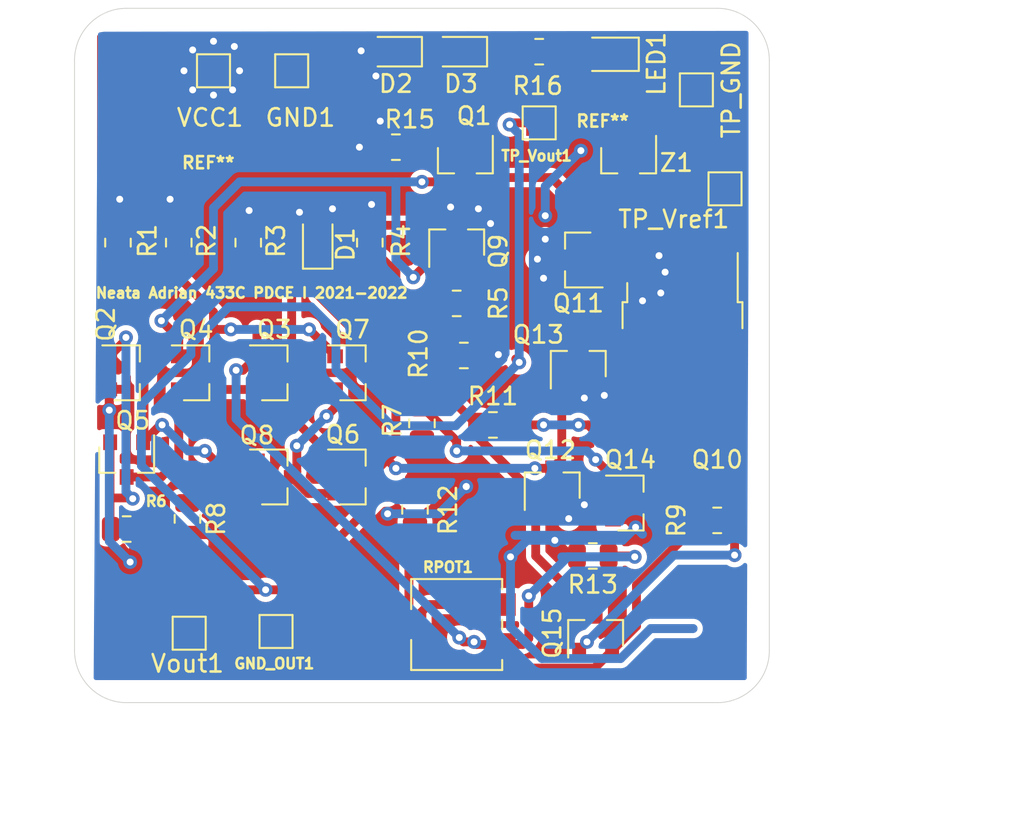
<source format=kicad_pcb>
(kicad_pcb (version 20171130) (host pcbnew "(5.1.10)-1")
  (layers (0 F.Cu power) (31 B.Cu signal) (35 F.Paste user hide) (37 F.SilkS user) (38 B.Mask user hide) (39 F.Mask user hide) (44 Edge.Cuts user))
  (net 0 "")
  (net 1 Vout)
  (net 2 GND)
  (net 3 "Net-(D1-Pad1)")
  (net 4 VDC)
  (net 5 "Net-(D2-Pad1)")
  (net 6 "Net-(D3-Pad1)")
  (net 7 "Net-(LED1-Pad2)")
  (net 8 Vref)
  (net 9 "Net-(Q1-Pad2)")
  (net 10 "Net-(Q2-Pad3)")
  (net 11 "Net-(Q2-Pad1)")
  (net 12 Vref2)
  (net 13 "Net-(Q3-Pad2)")
  (net 14 "Net-(Q3-Pad3)")
  (net 15 "Net-(Q4-Pad3)")
  (net 16 Vdif)
  (net 17 "Net-(Q6-Pad2)")
  (net 18 "Net-(Q8-Pad2)")
  (net 19 "Net-(Q9-Pad2)")
  (net 20 "Net-(Q10-Pad1)")
  (net 21 Vrsc1)
  (net 22 "Net-(Q11-Pad1)")
  (net 23 "Net-(Q12-Pad1)")
  (net 24 "Net-(Q14-Pad3)")
  (net 25 "Net-(Q14-Pad1)")
  (net 26 "Net-(R12-Pad2)")
  (module TestPoint:TestPoint_Pad_1.5x1.5mm (layer F.Cu) (at 35.8 -35.3 270)
    (fp_text reference TP_GND (at 0 -2 90) (layer F.SilkS))
    (fp_text value TestPoint)
    (pad 1 smd rect (at 0 0 270) (size 1.5 1.5) (layers F.Cu F.Mask) (net 2 GND))
  )
  (module TestPoint:TestPoint_Pad_1.5x1.5mm (layer F.Cu) (at 12.5 -36.4)
    (fp_text reference GND1 (at 0.5 2.7) (layer F.SilkS))
    (fp_text value TestPoint)
    (pad 1 smd rect (at 0 0) (size 1.5 1.5) (layers F.Cu F.Mask) (net 2 GND))
  )
  (module TestPoint:TestPoint_Pad_1.5x1.5mm (layer F.Cu) (at 11.6 -4.1)
    (fp_text reference GND_OUT1 (at -0.1 1.85) (layer F.SilkS) (effects (font (size 0.6 0.6))))
    (fp_text value TestPoint)
    (pad 1 smd rect (at 0 0) (size 1.5 1.5) (layers F.Cu F.Mask) (net 2 GND))
  )
  (module TestPoint:TestPoint_Pad_1.5x1.5mm (layer F.Cu) (at 8 -36.4)
    (fp_text reference VCC1 (at -0.2 2.7) (layer F.SilkS))
    (fp_text value TestPoint)
    (pad 1 smd rect (at 0 0) (size 1.5 1.5) (layers F.Cu F.Mask) (net 4 VDC))
  )
  (module TestPoint:TestPoint_Pad_1.5x1.5mm (layer F.Cu) (at 6.6 -4)
    (fp_text reference Vout1 (at -0.1 1.75) (layer F.SilkS))
    (fp_text value TestPoint)
    (pad 1 smd rect (at 0 0) (size 1.5 1.5) (layers F.Cu F.Mask) (net 1 Vout))
  )
  (module Fiducial:Fiducial_1mm_Mask2mm (layer F.Cu) (at 30.4 -35)
    (fp_text reference REF** (at 0 1.5 180) (layer F.SilkS) (effects (font (size 0.7 0.7))))
    (fp_text value Fiducial_1mm_Mask2mm)
    (pad "" smd circle (at 0 0) (size 1 1) (layers F.Cu F.Mask) (clearance 0.5))
  )
  (module Fiducial:Fiducial_1mm_Mask2mm (layer F.Cu) (at 5 -31)
    (fp_text reference REF** (at 2.7 -0.1 180) (layer F.SilkS) (effects (font (size 0.7 0.7))))
    (fp_text value Fiducial_1mm_Mask2mm)
    (pad "" smd circle (at 0 0) (size 1 1) (layers F.Cu F.Mask) (clearance 0.5))
  )
  (module Diode_SMD:D_SOD-323F (layer F.Cu) (at 14 -26.5 90)
    (fp_text reference D1 (at -0.1 1.6 270) (layer F.SilkS))
    (fp_text value 1N4148WS)
    (pad 1 smd rect (at -1.1 0 90) (size 0.5 0.5) (layers F.Cu F.Paste F.Mask) (net 3 "Net-(D1-Pad1)"))
    (pad 2 smd rect (at 1.1 0 90) (size 0.5 0.5) (layers F.Cu F.Paste F.Mask) (net 4 VDC))
  )
  (module Diode_SMD:D_SOD-323F (layer F.Cu) (at 18.5 -37.5 180)
    (fp_text reference D2 (at 0 -1.85) (layer F.SilkS))
    (fp_text value 1N4148WS)
    (pad 2 smd rect (at 1.1 0 180) (size 0.5 0.5) (layers F.Cu F.Paste F.Mask) (net 4 VDC))
    (pad 1 smd rect (at -1.1 0 180) (size 0.5 0.5) (layers F.Cu F.Paste F.Mask) (net 5 "Net-(D2-Pad1)"))
  )
  (module Diode_SMD:D_SOD-323F (layer F.Cu) (at 22.25 -37.5 180)
    (fp_text reference D3 (at 0 -1.85) (layer F.SilkS))
    (fp_text value 1N4148WS)
    (pad 1 smd rect (at -1.1 0 180) (size 0.5 0.5) (layers F.Cu F.Paste F.Mask) (net 6 "Net-(D3-Pad1)"))
    (pad 2 smd rect (at 1.1 0 180) (size 0.5 0.5) (layers F.Cu F.Paste F.Mask) (net 5 "Net-(D2-Pad1)"))
  )
  (module LED_SMD:LED_0805_2012Metric (layer F.Cu) (at 30.8 -37.35 180)
    (fp_text reference LED1 (at -2.7 -0.55 270) (layer F.SilkS))
    (fp_text value LED)
    (pad 1 smd roundrect (at -0.9375 0 180) (size 0.975 1.4) (layers F.Cu F.Paste F.Mask) (net 2 GND))
    (pad 2 smd roundrect (at 0.9375 0 180) (size 0.975 1.4) (layers F.Cu F.Paste F.Mask) (net 7 "Net-(LED1-Pad2)"))
  )
  (module Package_TO_SOT_SMD:SOT-23 (layer F.Cu) (at 22.5 -31.25 270)
    (fp_text reference Q1 (at -2.55 -0.5 180) (layer F.SilkS))
    (fp_text value BC857)
    (pad 3 smd rect (at 1 0 270) (size 0.9 0.8) (layers F.Cu F.Paste F.Mask) (net 8 Vref))
    (pad 2 smd rect (at -1 0.95 270) (size 0.9 0.8) (layers F.Cu F.Paste F.Mask) (net 9 "Net-(Q1-Pad2)"))
    (pad 1 smd rect (at -1 -0.95 270) (size 0.9 0.8) (layers F.Cu F.Paste F.Mask) (net 6 "Net-(D3-Pad1)"))
  )
  (module Package_TO_SOT_SMD:SOT-23 (layer F.Cu) (at 3 -19)
    (fp_text reference Q2 (at -1.2 -2.8 90) (layer F.SilkS))
    (fp_text value BC847)
    (pad 3 smd rect (at 1 0) (size 0.9 0.8) (layers F.Cu F.Paste F.Mask) (net 10 "Net-(Q2-Pad3)"))
    (pad 2 smd rect (at -1 0.95) (size 0.9 0.8) (layers F.Cu F.Paste F.Mask) (net 2 GND))
    (pad 1 smd rect (at -1 -0.95) (size 0.9 0.8) (layers F.Cu F.Paste F.Mask) (net 11 "Net-(Q2-Pad1)"))
  )
  (module Package_TO_SOT_SMD:SOT-23 (layer F.Cu) (at 11.5 -19)
    (fp_text reference Q3 (at 0 -2.5) (layer F.SilkS))
    (fp_text value BC847)
    (pad 1 smd rect (at -1 -0.95) (size 0.9 0.8) (layers F.Cu F.Paste F.Mask) (net 12 Vref2))
    (pad 2 smd rect (at -1 0.95) (size 0.9 0.8) (layers F.Cu F.Paste F.Mask) (net 13 "Net-(Q3-Pad2)"))
    (pad 3 smd rect (at 1 0) (size 0.9 0.8) (layers F.Cu F.Paste F.Mask) (net 14 "Net-(Q3-Pad3)"))
  )
  (module Package_TO_SOT_SMD:SOT-23 (layer F.Cu) (at 7 -19)
    (fp_text reference Q4 (at 0 -2.5) (layer F.SilkS))
    (fp_text value BC847)
    (pad 1 smd rect (at -1 -0.95) (size 0.9 0.8) (layers F.Cu F.Paste F.Mask) (net 8 Vref))
    (pad 2 smd rect (at -1 0.95) (size 0.9 0.8) (layers F.Cu F.Paste F.Mask) (net 13 "Net-(Q3-Pad2)"))
    (pad 3 smd rect (at 1 0) (size 0.9 0.8) (layers F.Cu F.Paste F.Mask) (net 15 "Net-(Q4-Pad3)"))
  )
  (module Package_TO_SOT_SMD:SOT-23 (layer F.Cu) (at 3 -14 270)
    (fp_text reference Q5 (at -2.25 -0.35 180) (layer F.SilkS))
    (fp_text value BC847)
    (pad 3 smd rect (at 1 0 270) (size 0.9 0.8) (layers F.Cu F.Paste F.Mask) (net 13 "Net-(Q3-Pad2)"))
    (pad 2 smd rect (at -1 0.95 270) (size 0.9 0.8) (layers F.Cu F.Paste F.Mask) (net 11 "Net-(Q2-Pad1)"))
    (pad 1 smd rect (at -1 -0.95 270) (size 0.9 0.8) (layers F.Cu F.Paste F.Mask) (net 10 "Net-(Q2-Pad3)"))
  )
  (module Package_TO_SOT_SMD:SOT-23 (layer F.Cu) (at 16 -13)
    (fp_text reference Q6 (at -0.55 -2.45) (layer F.SilkS))
    (fp_text value BC847)
    (pad 3 smd rect (at 1 0) (size 0.9 0.8) (layers F.Cu F.Paste F.Mask) (net 16 Vdif))
    (pad 2 smd rect (at -1 0.95) (size 0.9 0.8) (layers F.Cu F.Paste F.Mask) (net 17 "Net-(Q6-Pad2)"))
    (pad 1 smd rect (at -1 -0.95) (size 0.9 0.8) (layers F.Cu F.Paste F.Mask) (net 14 "Net-(Q3-Pad3)"))
  )
  (module Package_TO_SOT_SMD:SOT-23 (layer F.Cu) (at 16 -19)
    (fp_text reference Q7 (at 0 -2.5) (layer F.SilkS))
    (fp_text value BC847)
    (pad 3 smd rect (at 1 0) (size 0.9 0.8) (layers F.Cu F.Paste F.Mask) (net 3 "Net-(D1-Pad1)"))
    (pad 2 smd rect (at -1 0.95) (size 0.9 0.8) (layers F.Cu F.Paste F.Mask) (net 17 "Net-(Q6-Pad2)"))
    (pad 1 smd rect (at -1 -0.95) (size 0.9 0.8) (layers F.Cu F.Paste F.Mask) (net 15 "Net-(Q4-Pad3)"))
  )
  (module Package_TO_SOT_SMD:SOT-23 (layer F.Cu) (at 11.5 -13)
    (fp_text reference Q8 (at -1 -2.4) (layer F.SilkS))
    (fp_text value BC847)
    (pad 1 smd rect (at -1 -0.95) (size 0.9 0.8) (layers F.Cu F.Paste F.Mask) (net 10 "Net-(Q2-Pad3)"))
    (pad 2 smd rect (at -1 0.95) (size 0.9 0.8) (layers F.Cu F.Paste F.Mask) (net 18 "Net-(Q8-Pad2)"))
    (pad 3 smd rect (at 1 0) (size 0.9 0.8) (layers F.Cu F.Paste F.Mask) (net 17 "Net-(Q6-Pad2)"))
  )
  (module Package_TO_SOT_SMD:SOT-23 (layer F.Cu) (at 22 -26.5 90)
    (fp_text reference Q9 (at -0.5 2.4 270) (layer F.SilkS))
    (fp_text value BC847)
    (pad 1 smd rect (at -1 -0.95 90) (size 0.9 0.8) (layers F.Cu F.Paste F.Mask) (net 8 Vref))
    (pad 2 smd rect (at -1 0.95 90) (size 0.9 0.8) (layers F.Cu F.Paste F.Mask) (net 19 "Net-(Q9-Pad2)"))
    (pad 3 smd rect (at 1 0 90) (size 0.9 0.8) (layers F.Cu F.Paste F.Mask) (net 4 VDC))
  )
  (module Package_TO_SOT_SMD:TO-252-2 (layer F.Cu) (at 35 -20.6 270)
    (fp_text reference Q10 (at 6.6 -2 180) (layer F.SilkS))
    (fp_text value MJD44E3T4G)
    (pad 1 smd rect (at -4.2 -2.28 270) (size 2.2 1.2) (layers F.Cu F.Paste F.Mask) (net 20 "Net-(Q10-Pad1)"))
    (pad 3 smd rect (at -4.2 2.28 270) (size 2.2 1.2) (layers F.Cu F.Paste F.Mask) (net 4 VDC))
    (pad 2 smd rect (at 2.1 0 270) (size 6.4 5.8) (layers F.Cu F.Mask) (net 21 Vrsc1))
  )
  (module Package_TO_SOT_SMD:SOT-23 (layer F.Cu) (at 29 -25.5 180)
    (fp_text reference Q11 (at 0 -2.5) (layer F.SilkS))
    (fp_text value BC847)
    (pad 1 smd rect (at -1 -0.95 180) (size 0.9 0.8) (layers F.Cu F.Paste F.Mask) (net 22 "Net-(Q11-Pad1)"))
    (pad 2 smd rect (at -1 0.95 180) (size 0.9 0.8) (layers F.Cu F.Paste F.Mask) (net 20 "Net-(Q10-Pad1)"))
    (pad 3 smd rect (at 1 0 180) (size 0.9 0.8) (layers F.Cu F.Paste F.Mask) (net 4 VDC))
  )
  (module Package_TO_SOT_SMD:SOT-23 (layer F.Cu) (at 27.5 -12.5 90)
    (fp_text reference Q12 (at 2.05 -0.1 180) (layer F.SilkS))
    (fp_text value BC857)
    (pad 1 smd rect (at -1 -0.95 90) (size 0.9 0.8) (layers F.Cu F.Paste F.Mask) (net 23 "Net-(Q12-Pad1)"))
    (pad 2 smd rect (at -1 0.95 90) (size 0.9 0.8) (layers F.Cu F.Paste F.Mask) (net 4 VDC))
    (pad 3 smd rect (at 1 0 90) (size 0.9 0.8) (layers F.Cu F.Paste F.Mask) (net 16 Vdif))
  )
  (module Package_TO_SOT_SMD:SOT-23 (layer F.Cu) (at 29 -19.5 90)
    (fp_text reference Q13 (at 1.7 -2.3 180) (layer F.SilkS))
    (fp_text value BC857)
    (pad 3 smd rect (at 1 0 90) (size 0.9 0.8) (layers F.Cu F.Paste F.Mask) (net 22 "Net-(Q11-Pad1)"))
    (pad 2 smd rect (at -1 0.95 90) (size 0.9 0.8) (layers F.Cu F.Paste F.Mask) (net 4 VDC))
    (pad 1 smd rect (at -1 -0.95 90) (size 0.9 0.8) (layers F.Cu F.Paste F.Mask) (net 16 Vdif))
  )
  (module Package_TO_SOT_SMD:SOT-23 (layer F.Cu) (at 32 -11.5)
    (fp_text reference Q14 (at 0 -2.5) (layer F.SilkS))
    (fp_text value BC847)
    (pad 1 smd rect (at -1 -0.95) (size 0.9 0.8) (layers F.Cu F.Paste F.Mask) (net 25 "Net-(Q14-Pad1)"))
    (pad 2 smd rect (at -1 0.95) (size 0.9 0.8) (layers F.Cu F.Paste F.Mask) (net 2 GND))
    (pad 3 smd rect (at 1 0) (size 0.9 0.8) (layers F.Cu F.Paste F.Mask) (net 24 "Net-(Q14-Pad3)"))
  )
  (module Package_TO_SOT_SMD:SOT-23 (layer F.Cu) (at 30 -4 90)
    (fp_text reference Q15 (at 0 -2.5 90) (layer F.SilkS))
    (fp_text value BC847)
    (pad 3 smd rect (at 1 0 90) (size 0.9 0.8) (layers F.Cu F.Paste F.Mask) (net 23 "Net-(Q12-Pad1)"))
    (pad 2 smd rect (at -1 0.95 90) (size 0.9 0.8) (layers F.Cu F.Paste F.Mask) (net 1 Vout))
    (pad 1 smd rect (at -1 -0.95 90) (size 0.9 0.8) (layers F.Cu F.Paste F.Mask) (net 21 Vrsc1))
  )
  (module Resistor_SMD:R_0805_2012Metric (layer F.Cu) (at 2.5 -26.5 270)
    (fp_text reference R1 (at -0.1 -1.7 270) (layer F.SilkS))
    (fp_text value 3k3)
    (pad 2 smd roundrect (at 0.9125 0 270) (size 1.025 1.4) (layers F.Cu F.Paste F.Mask) (roundrect_rratio 0.2439004878048781) (net 10 "Net-(Q2-Pad3)"))
    (pad 1 smd roundrect (at -0.9125 0 270) (size 1.025 1.4) (layers F.Cu F.Paste F.Mask) (roundrect_rratio 0.2439004878048781) (net 4 VDC))
  )
  (module Resistor_SMD:R_0805_2012Metric (layer F.Cu) (at 6 -26.5 270)
    (fp_text reference R2 (at -0.1 -1.6 270) (layer F.SilkS))
    (fp_text value 2k)
    (pad 2 smd roundrect (at 0.9125 0 270) (size 1.025 1.4) (layers F.Cu F.Paste F.Mask) (roundrect_rratio 0.2439004878048781) (net 15 "Net-(Q4-Pad3)"))
    (pad 1 smd roundrect (at -0.9125 0 270) (size 1.025 1.4) (layers F.Cu F.Paste F.Mask) (roundrect_rratio 0.2439004878048781) (net 4 VDC))
  )
  (module Resistor_SMD:R_0805_2012Metric (layer F.Cu) (at 10 -26.5 270)
    (fp_text reference R3 (at -0.1 -1.6 270) (layer F.SilkS))
    (fp_text value 2k)
    (pad 1 smd roundrect (at -0.9125 0 270) (size 1.025 1.4) (layers F.Cu F.Paste F.Mask) (roundrect_rratio 0.2439004878048781) (net 4 VDC))
    (pad 2 smd roundrect (at 0.9125 0 270) (size 1.025 1.4) (layers F.Cu F.Paste F.Mask) (roundrect_rratio 0.2439004878048781) (net 14 "Net-(Q3-Pad3)"))
  )
  (module Resistor_SMD:R_0805_2012Metric (layer F.Cu) (at 17 -26.5 270)
    (fp_text reference R4 (at -0.1 -1.8 270) (layer F.SilkS))
    (fp_text value 300)
    (pad 1 smd roundrect (at -0.9125 0 270) (size 1.025 1.4) (layers F.Cu F.Paste F.Mask) (roundrect_rratio 0.2439004878048781) (net 4 VDC))
    (pad 2 smd roundrect (at 0.9125 0 270) (size 1.025 1.4) (layers F.Cu F.Paste F.Mask) (roundrect_rratio 0.2439004878048781) (net 16 Vdif))
  )
  (module Resistor_SMD:R_0805_2012Metric (layer F.Cu) (at 22 -23 180)
    (fp_text reference R5 (at -2.4 0 90) (layer F.SilkS))
    (fp_text value 16k)
    (pad 1 smd roundrect (at -0.9125 0 180) (size 1.025 1.4) (layers F.Cu F.Paste F.Mask) (roundrect_rratio 0.2439004878048781) (net 19 "Net-(Q9-Pad2)"))
    (pad 2 smd roundrect (at 0.9125 0 180) (size 1.025 1.4) (layers F.Cu F.Paste F.Mask) (roundrect_rratio 0.2439004878048781) (net 25 "Net-(Q14-Pad1)"))
  )
  (module Resistor_SMD:R_0805_2012Metric (layer F.Cu) (at 3 -10)
    (fp_text reference R6 (at 1.7 -1.6) (layer F.SilkS) (effects (font (size 0.6 0.6))))
    (fp_text value 175)
    (pad 1 smd roundrect (at -0.9125 0) (size 1.025 1.4) (layers F.Cu F.Paste F.Mask) (roundrect_rratio 0.2439004878048781) (net 11 "Net-(Q2-Pad1)"))
    (pad 2 smd roundrect (at 0.9125 0) (size 1.025 1.4) (layers F.Cu F.Paste F.Mask) (roundrect_rratio 0.2439004878048781) (net 2 GND))
  )
  (module Resistor_SMD:R_0805_2012Metric (layer F.Cu) (at 20 -16.0875 270)
    (fp_text reference R7 (at -0.1625 1.7 90) (layer F.SilkS))
    (fp_text value 3k57)
    (pad 1 smd roundrect (at -0.9125 0 270) (size 1.025 1.4) (layers F.Cu F.Paste F.Mask) (roundrect_rratio 0.2439004878048781) (net 25 "Net-(Q14-Pad1)"))
    (pad 2 smd roundrect (at 0.9125 0 270) (size 1.025 1.4) (layers F.Cu F.Paste F.Mask) (roundrect_rratio 0.2439004878048781) (net 2 GND))
  )
  (module Resistor_SMD:R_0805_2012Metric (layer F.Cu) (at 6.5 -10.5875 270)
    (fp_text reference R8 (at 0 -1.65 90) (layer F.SilkS))
    (fp_text value 175)
    (pad 2 smd roundrect (at 0.9125 0 270) (size 1.025 1.4) (layers F.Cu F.Paste F.Mask) (roundrect_rratio 0.2439004878048781) (net 2 GND))
    (pad 1 smd roundrect (at -0.9125 0 270) (size 1.025 1.4) (layers F.Cu F.Paste F.Mask) (roundrect_rratio 0.2439004878048781) (net 18 "Net-(Q8-Pad2)"))
  )
  (module Resistor_SMD:R_0805_2012Metric (layer F.Cu) (at 37 -10.5)
    (fp_text reference R9 (at -2.35 0 90) (layer F.SilkS))
    (fp_text value 1.5)
    (pad 2 smd roundrect (at 0.9125 0) (size 1.025 1.4) (layers F.Cu F.Paste F.Mask) (roundrect_rratio 0.2439004878048781) (net 21 Vrsc1))
    (pad 1 smd roundrect (at -0.9125 0) (size 1.025 1.4) (layers F.Cu F.Paste F.Mask) (roundrect_rratio 0.2439004878048781) (net 1 Vout))
  )
  (module Resistor_SMD:R_0805_2012Metric (layer F.Cu) (at 22.4125 -20 180)
    (fp_text reference R10 (at 2.6125 0.1 90) (layer F.SilkS))
    (fp_text value 4k7)
    (pad 1 smd roundrect (at -0.9125 0 180) (size 1.025 1.4) (layers F.Cu F.Paste F.Mask) (roundrect_rratio 0.2439004878048781) (net 4 VDC))
    (pad 2 smd roundrect (at 0.9125 0 180) (size 1.025 1.4) (layers F.Cu F.Paste F.Mask) (roundrect_rratio 0.2439004878048781) (net 23 "Net-(Q12-Pad1)"))
  )
  (module Resistor_SMD:R_0805_2012Metric (layer F.Cu) (at 24.0875 -16)
    (fp_text reference R11 (at 0 -1.65) (layer F.SilkS))
    (fp_text value 4k7)
    (pad 2 smd roundrect (at 0.9125 0) (size 1.025 1.4) (layers F.Cu F.Paste F.Mask) (roundrect_rratio 0.2439004878048781) (net 24 "Net-(Q14-Pad3)"))
    (pad 1 smd roundrect (at -0.9125 0) (size 1.025 1.4) (layers F.Cu F.Paste F.Mask) (roundrect_rratio 0.2439004878048781) (net 23 "Net-(Q12-Pad1)"))
  )
  (module Resistor_SMD:R_0805_2012Metric (layer F.Cu) (at 19.6 -11.1125 270)
    (fp_text reference R12 (at 0.0125 -1.9 270) (layer F.SilkS))
    (fp_text value 32.4k)
    (pad 1 smd roundrect (at -0.9125 0 270) (size 1.025 1.4) (layers F.Cu F.Paste F.Mask) (roundrect_rratio 0.2439004878048781) (net 1 Vout))
    (pad 2 smd roundrect (at 0.9125 0 270) (size 1.025 1.4) (layers F.Cu F.Paste F.Mask) (roundrect_rratio 0.2439004878048781) (net 26 "Net-(R12-Pad2)"))
  )
  (module Resistor_SMD:R_0805_2012Metric (layer F.Cu) (at 29.8375 -8.45 180)
    (fp_text reference R13 (at 0 -1.65) (layer F.SilkS))
    (fp_text value 18k)
    (pad 2 smd roundrect (at 0.9125 0 180) (size 1.025 1.4) (layers F.Cu F.Paste F.Mask) (roundrect_rratio 0.2439004878048781) (net 2 GND))
    (pad 1 smd roundrect (at -0.9125 0 180) (size 1.025 1.4) (layers F.Cu F.Paste F.Mask) (roundrect_rratio 0.2439004878048781) (net 12 Vref2))
  )
  (module Resistor_SMD:R_0805_2012Metric (layer F.Cu) (at 18.5 -32)
    (fp_text reference R15 (at 0.8 -1.6 180) (layer F.SilkS))
    (fp_text value 150)
    (pad 2 smd roundrect (at 0.9125 0) (size 1.025 1.4) (layers F.Cu F.Paste F.Mask) (roundrect_rratio 0.2439004878048781) (net 9 "Net-(Q1-Pad2)"))
    (pad 1 smd roundrect (at -0.9125 0) (size 1.025 1.4) (layers F.Cu F.Paste F.Mask) (roundrect_rratio 0.2439004878048781) (net 4 VDC))
  )
  (module Resistor_SMD:R_0805_2012Metric (layer F.Cu) (at 26.75 -37.5)
    (fp_text reference R16 (at -0.0875 1.97) (layer F.SilkS))
    (fp_text value 2k)
    (pad 1 smd roundrect (at -0.9125 0) (size 1.025 1.4) (layers F.Cu F.Paste F.Mask) (roundrect_rratio 0.2439004878048781) (net 6 "Net-(D3-Pad1)"))
    (pad 2 smd roundrect (at 0.9125 0) (size 1.025 1.4) (layers F.Cu F.Paste F.Mask) (roundrect_rratio 0.2439004878048781) (net 7 "Net-(LED1-Pad2)"))
  )
  (module Potentiometer_SMD:Potentiometer_Vishay_TS53YL_Vertical (layer F.Cu) (at 22 -4.5)
    (fp_text reference RPOT1 (at -0.5 -3.3) (layer F.SilkS) (effects (font (size 0.6 0.6))))
    (fp_text value 50k)
    (pad 1 smd rect (at 2.75 -1.15) (size 1.3 1.3) (layers F.Cu F.Paste F.Mask) (net 26 "Net-(R12-Pad2)"))
    (pad 2 smd rect (at -2.75 0) (size 2 1.3) (layers F.Cu F.Paste F.Mask) (net 26 "Net-(R12-Pad2)"))
    (pad 3 smd rect (at 2.75 1.15) (size 1.3 1.3) (layers F.Cu F.Paste F.Mask) (net 12 Vref2))
  )
  (module TestPoint:TestPoint_Pad_1.5x1.5mm (layer F.Cu) (at 26.75 -33.4 180)
    (fp_text reference TP_Vout1 (at 0.15 -1.9 180) (layer F.SilkS) (effects (font (size 0.6 0.6))))
    (fp_text value TestPoint)
    (pad 1 smd rect (at 0 0 180) (size 1.5 1.5) (layers F.Cu F.Mask) (net 1 Vout))
  )
  (module TestPoint:TestPoint_Pad_1.5x1.5mm (layer F.Cu) (at 37.45 -29.6 90)
    (fp_text reference TP_Vref1 (at -1.75 -2.95 180) (layer F.SilkS))
    (fp_text value TestPoint)
    (pad 1 smd rect (at 0 0 90) (size 1.5 1.5) (layers F.Cu F.Mask) (net 8 Vref))
  )
  (module Diode_SMD:D_SOT-23_ANK (layer F.Cu) (at 31.9 -31.25 270)
    (fp_text reference Z1 (at 0.15 -2.75 180) (layer F.SilkS))
    (fp_text value BZX84-B3V0)
    (pad 2 smd rect (at -1 -0.95 270) (size 0.9 0.8) (layers F.Cu F.Paste F.Mask) (net 2 GND))
    (pad "" smd rect (at -1 0.95 270) (size 0.9 0.8) (layers F.Cu F.Paste F.Mask))
    (pad 1 smd rect (at 1 0 270) (size 0.9 0.8) (layers F.Cu F.Paste F.Mask) (net 8 Vref))
  )
  (gr_text "Neata Adrian 433C PDCE I 2021-2022" (at 10.2 -23.6) (layer F.SilkS) (effects (font (size 0.6 0.6))))
  (gr_line (start 37 0) (end 3 0) (layer Edge.Cuts) (width 0.05))
  (gr_line (start 40 -37) (end 40 -3) (layer Edge.Cuts) (width 0.05))
  (gr_line (start 3 -40) (end 37 -40) (layer Edge.Cuts) (width 0.05))
  (gr_line (start 0 -3) (end 0 -37) (layer Edge.Cuts) (width 0.05))
  (gr_arc (start 37 -37) (end 40 -37) (angle -90) (layer Edge.Cuts) (width 0.05))
  (gr_arc (start 37 -3) (end 37 0) (angle -90) (layer Edge.Cuts) (width 0.05))
  (gr_arc (start 3 -3) (end 0 -3) (angle -90) (layer Edge.Cuts) (width 0.05))
  (gr_arc (start 3 -37) (end 3 -40) (angle -90) (layer Edge.Cuts) (width 0.05))
  (segment (start 32.351199 -4.401199) (end 30.95 -3) (width 0.508) (layer F.Cu) (net 1))
  (segment (start 32.351199 -6.763699) (end 32.351199 -4.401199) (width 0.508) (layer F.Cu) (net 1))
  (segment (start 36.0875 -10.5) (end 32.351199 -6.763699) (width 0.508) (layer F.Cu) (net 1))
  (via (at 25.6 -19.6) (size 0.8) (drill 0.4) (layers F.Cu B.Cu) (net 1))
  (segment (start 25.4 -19.8) (end 25.6 -19.6) (width 0.508) (layer F.Cu) (net 1))
  (segment (start 25.6 -19.6) (end 21.95 -15.95) (width 0.508) (layer B.Cu) (net 1))
  (segment (start 21.95 -15.95) (end 18.25 -15.95) (width 0.508) (layer B.Cu) (net 1))
  (segment (start 18.25 -15.95) (end 15.05 -19.15) (width 0.508) (layer B.Cu) (net 1))
  (segment (start 15.05 -21.369026) (end 13.619026 -22.8) (width 0.508) (layer B.Cu) (net 1))
  (segment (start 15.05 -19.15) (end 15.05 -21.369026) (width 0.508) (layer B.Cu) (net 1))
  (segment (start 8.880974 -22.8) (end 6.7 -20.619026) (width 0.508) (layer B.Cu) (net 1))
  (segment (start 13.619026 -22.8) (end 8.880974 -22.8) (width 0.508) (layer B.Cu) (net 1))
  (segment (start 6.7 -20.619026) (end 6.7 -20.05) (width 0.508) (layer B.Cu) (net 1))
  (segment (start 6.7 -20.05) (end 3.85 -17.2) (width 0.508) (layer B.Cu) (net 1))
  (segment (start 3.85 -13.65) (end 11 -6.5) (width 0.508) (layer B.Cu) (net 1))
  (segment (start 3.85 -17.2) (end 3.85 -13.65) (width 0.508) (layer B.Cu) (net 1))
  (via (at 25.05 -33.3) (size 0.8) (drill 0.4) (layers F.Cu B.Cu) (net 1))
  (segment (start 25.15 -33.4) (end 25.05 -33.3) (width 0.508) (layer F.Cu) (net 1))
  (segment (start 26.75 -33.4) (end 25.15 -33.4) (width 0.508) (layer F.Cu) (net 1))
  (segment (start 25.6 -32.75) (end 25.6 -19.6) (width 0.508) (layer B.Cu) (net 1))
  (segment (start 25.05 -33.3) (end 25.6 -32.75) (width 0.508) (layer B.Cu) (net 1))
  (segment (start 29.941199 -1.991199) (end 30.95 -3) (width 0.508) (layer F.Cu) (net 1))
  (segment (start 7.6 -4) (end 9.608801 -1.991199) (width 0.508) (layer F.Cu) (net 1))
  (segment (start 6.6 -4) (end 7.6 -4) (width 0.508) (layer F.Cu) (net 1))
  (segment (start 13.708801 -1.991199) (end 9.608801 -1.991199) (width 0.508) (layer F.Cu) (net 1))
  (segment (start 13.208801 -1.991199) (end 13.708801 -1.991199) (width 0.508) (layer F.Cu) (net 1))
  (segment (start 13.708801 -1.991199) (end 29.941199 -1.991199) (width 0.508) (layer F.Cu) (net 1))
  (segment (start 18.125 -12.025) (end 19.6 -12.025) (width 0.508) (layer F.Cu) (net 1))
  (segment (start 18.125 -11.925) (end 18.125 -12.025) (width 0.508) (layer F.Cu) (net 1))
  (segment (start 18.039617 -11.839617) (end 18.125 -11.925) (width 0.508) (layer F.Cu) (net 1))
  (segment (start 17.539617 -11.839617) (end 18.039617 -11.839617) (width 0.508) (layer F.Cu) (net 1))
  (segment (start 6.6 -5.7) (end 7.4 -6.5) (width 0.508) (layer F.Cu) (net 1))
  (segment (start 6.6 -4) (end 6.6 -5.7) (width 0.508) (layer F.Cu) (net 1))
  (segment (start 12.223905 -6.5) (end 7.4 -6.5) (width 0.508) (layer F.Cu) (net 1))
  (segment (start 17.563522 -11.839617) (end 12.223905 -6.5) (width 0.508) (layer F.Cu) (net 1))
  (segment (start 18.039617 -11.839617) (end 17.563522 -11.839617) (width 0.508) (layer F.Cu) (net 1))
  (via (at 11 -6.5) (size 0.8) (drill 0.4) (layers F.Cu B.Cu) (net 1))
  (segment (start 29.5 -30.3) (end 29.6 -30.3) (width 0.508) (layer F.Cu) (net 2))
  (via (at 27.1 -28.05) (size 0.8) (drill 0.4) (layers F.Cu B.Cu) (net 2))
  (segment (start 26.534315 -28.05) (end 26.134315 -27.65) (width 0.508) (layer F.Cu) (net 2))
  (segment (start 27.1 -28.05) (end 26.534315 -28.05) (width 0.508) (layer F.Cu) (net 2))
  (via (at 22.55 -12.45) (size 0.8) (drill 0.4) (layers F.Cu B.Cu) (net 2))
  (segment (start 20 -15) (end 22.55 -12.45) (width 0.508) (layer F.Cu) (net 2))
  (segment (start 20 -15.175) (end 20 -15) (width 0.508) (layer F.Cu) (net 2))
  (via (at 18.023747 -10.880816) (size 0.8) (drill 0.4) (layers F.Cu B.Cu) (net 2))
  (segment (start 20.980816 -10.880816) (end 18.023747 -10.880816) (width 0.508) (layer B.Cu) (net 2))
  (segment (start 22.55 -12.45) (end 20.980816 -10.880816) (width 0.508) (layer B.Cu) (net 2))
  (segment (start 18.023747 -10.880816) (end 17.492931 -10.35) (width 0.508) (layer F.Cu) (net 2))
  (via (at 27.65 -9.35) (size 0.8) (drill 0.4) (layers F.Cu B.Cu) (net 2))
  (segment (start 28.55 -8.45) (end 27.65 -9.35) (width 0.508) (layer F.Cu) (net 2))
  (segment (start 28.925 -8.45) (end 28.55 -8.45) (width 0.508) (layer F.Cu) (net 2))
  (via (at 25.1 -8.4) (size 0.8) (drill 0.4) (layers F.Cu B.Cu) (net 2))
  (segment (start 26.05 -9.35) (end 25.1 -8.4) (width 0.508) (layer B.Cu) (net 2))
  (segment (start 27.65 -9.35) (end 26.05 -9.35) (width 0.508) (layer B.Cu) (net 2))
  (via (at 32.3 -10.1) (size 0.8) (drill 0.4) (layers F.Cu B.Cu) (net 2))
  (segment (start 31.85 -10.55) (end 32.3 -10.1) (width 0.508) (layer F.Cu) (net 2))
  (segment (start 31 -10.55) (end 31.85 -10.55) (width 0.508) (layer F.Cu) (net 2))
  (segment (start 32.3 -10.1) (end 32.7 -9.7) (width 0.508) (layer B.Cu) (net 2))
  (segment (start 31.55 -9.35) (end 27.65 -9.35) (width 0.508) (layer B.Cu) (net 2))
  (segment (start 32.3 -10.1) (end 31.55 -9.35) (width 0.508) (layer B.Cu) (net 2))
  (via (at 22.55 -12.45) (size 0.8) (drill 0.4) (layers F.Cu B.Cu) (net 2))
  (segment (start 31.841199 -9.641199) (end 25.358801 -9.641199) (width 0.508) (layer B.Cu) (net 2))
  (segment (start 32.3 -10.1) (end 31.841199 -9.641199) (width 0.508) (layer B.Cu) (net 2))
  (segment (start 35.61 -4.27) (end 33.22 -4.27) (width 0.508) (layer B.Cu) (net 2))
  (segment (start 35.61 -4.27) (end 33.17 -4.27) (width 0.508) (layer B.Cu) (net 2))
  (segment (start 31.441199 -2.541199) (end 26.908801 -2.541199) (width 0.508) (layer B.Cu) (net 2))
  (segment (start 33.17 -4.27) (end 31.441199 -2.541199) (width 0.508) (layer B.Cu) (net 2))
  (segment (start 25.1 -4.35) (end 25.1 -8.4) (width 0.508) (layer B.Cu) (net 2))
  (segment (start 26.908801 -2.541199) (end 25.1 -4.35) (width 0.508) (layer B.Cu) (net 2))
  (via (at 2 -16.85) (size 0.8) (drill 0.4) (layers F.Cu B.Cu) (net 2))
  (segment (start 2 -18.05) (end 2 -16.85) (width 0.508) (layer F.Cu) (net 2))
  (via (at 3.2 -8.1) (size 0.8) (drill 0.4) (layers F.Cu B.Cu) (net 2))
  (segment (start 2 -9.3) (end 3.2 -8.1) (width 0.508) (layer B.Cu) (net 2))
  (segment (start 2 -16.85) (end 2 -9.3) (width 0.508) (layer B.Cu) (net 2))
  (segment (start 3.2 -8.1) (end 3.4 -8.3) (width 0.508) (layer F.Cu) (net 2))
  (segment (start 3.4 -9.4875) (end 3.9125 -10) (width 0.508) (layer F.Cu) (net 2))
  (segment (start 3.4 -8.3) (end 3.4 -9.4875) (width 0.508) (layer F.Cu) (net 2))
  (via (at 29.15 -31.8) (size 0.8) (drill 0.4) (layers F.Cu B.Cu) (net 2))
  (segment (start 27.1 -29.75) (end 29.15 -31.8) (width 0.508) (layer B.Cu) (net 2))
  (segment (start 27.1 -28.05) (end 27.1 -29.75) (width 0.508) (layer B.Cu) (net 2))
  (segment (start 14 -25.4) (end 14 -23.5) (width 0.508) (layer F.Cu) (net 3))
  (segment (start 14 -23.5) (end 17 -20.5) (width 0.508) (layer F.Cu) (net 3))
  (segment (start 17 -20.5) (end 17 -19) (width 0.508) (layer F.Cu) (net 3))
  (segment (start 2.5 -28.993026) (end 2.5 -27.4125) (width 0.508) (layer F.Cu) (net 4))
  (segment (start 6 -27.4125) (end 6 -28) (width 0.508) (layer F.Cu) (net 4))
  (segment (start 6 -28) (end 5.5 -28.5) (width 0.508) (layer F.Cu) (net 4))
  (segment (start 5.5 -28.5) (end 5.5 -29) (width 0.508) (layer F.Cu) (net 4))
  (segment (start 10 -27.4125) (end 10 -28) (width 0.508) (layer F.Cu) (net 4))
  (segment (start 17.0875 -27.5) (end 17 -27.4125) (width 0.508) (layer F.Cu) (net 4))
  (segment (start 22 -27.5) (end 17.0875 -27.5) (width 0.508) (layer F.Cu) (net 4))
  (segment (start 13.2 -33.59) (end 13.2 -33.85) (width 0.508) (layer B.Cu) (net 4))
  (segment (start 13.2 -33.85) (end 13.45 -33.6) (width 0.508) (layer B.Cu) (net 4))
  (segment (start 13.45 -33.6) (end 13.45 -31.6) (width 0.508) (layer B.Cu) (net 4))
  (segment (start 13.45 -31.6) (end 13.25 -31.8) (width 0.508) (layer B.Cu) (net 4))
  (via (at 2.6 -29) (size 0.8) (drill 0.4) (layers F.Cu B.Cu) (net 4))
  (segment (start 2.593026 -28.993026) (end 2.6 -29) (width 0.508) (layer F.Cu) (net 4))
  (segment (start 2.5 -28.993026) (end 2.593026 -28.993026) (width 0.508) (layer F.Cu) (net 4))
  (via (at 5.5 -29) (size 0.8) (drill 0.4) (layers F.Cu B.Cu) (net 4))
  (segment (start 2.6 -29) (end 5.5 -29) (width 0.508) (layer B.Cu) (net 4))
  (via (at 10.05 -28.35) (size 0.8) (drill 0.4) (layers F.Cu B.Cu) (net 4))
  (segment (start 10 -28.3) (end 10.05 -28.35) (width 0.508) (layer F.Cu) (net 4))
  (segment (start 10 -28) (end 10 -28.3) (width 0.508) (layer F.Cu) (net 4))
  (via (at 14.85 -28.45) (size 0.8) (drill 0.4) (layers F.Cu B.Cu) (net 4))
  (segment (start 14 -27.6) (end 14.85 -28.45) (width 0.508) (layer F.Cu) (net 4))
  (segment (start 14.85 -28.45) (end 14.15 -27.75) (width 0.508) (layer B.Cu) (net 4))
  (via (at 12.95 -28.25) (size 0.8) (drill 0.4) (layers F.Cu B.Cu) (net 4))
  (segment (start 13.6 -27.6) (end 12.95 -28.25) (width 0.508) (layer F.Cu) (net 4))
  (segment (start 14 -27.6) (end 13.6 -27.6) (width 0.508) (layer F.Cu) (net 4))
  (segment (start 12.95 -28.25) (end 13.5 -27.7) (width 0.508) (layer B.Cu) (net 4))
  (segment (start 13.5 -27.7) (end 17.2 -27.7) (width 0.508) (layer B.Cu) (net 4))
  (segment (start 17.2 -27.7) (end 16.9 -27.4) (width 0.508) (layer B.Cu) (net 4))
  (via (at 17.1 -28.7) (size 0.8) (drill 0.4) (layers F.Cu B.Cu) (net 4))
  (segment (start 17 -28.6) (end 17.1 -28.7) (width 0.508) (layer F.Cu) (net 4))
  (segment (start 17 -27.4125) (end 17 -28.6) (width 0.508) (layer F.Cu) (net 4))
  (segment (start 20.458801 -25.991199) (end 19.31281 -27.13719) (width 0.508) (layer B.Cu) (net 4))
  (segment (start 20.458801 -24.039775) (end 20.458801 -25.991199) (width 0.508) (layer B.Cu) (net 4))
  (segment (start 19.960225 -23.541199) (end 20.458801 -24.039775) (width 0.508) (layer B.Cu) (net 4))
  (segment (start 17.1 -25.480974) (end 19.039775 -23.541199) (width 0.508) (layer B.Cu) (net 4))
  (segment (start 19.039775 -23.541199) (end 19.960225 -23.541199) (width 0.508) (layer B.Cu) (net 4))
  (segment (start 17.1 -28.7) (end 17.1 -25.480974) (width 0.508) (layer B.Cu) (net 4))
  (segment (start 19.039775 -23.541199) (end 16.6 -25.980974) (width 0.508) (layer B.Cu) (net 4))
  (via (at 21.65 -28.55) (size 0.8) (drill 0.4) (layers F.Cu B.Cu) (net 4))
  (segment (start 22 -28.2) (end 21.65 -28.55) (width 0.508) (layer F.Cu) (net 4))
  (segment (start 22 -27.5) (end 22 -28.2) (width 0.508) (layer F.Cu) (net 4))
  (segment (start 34 -24.8) (end 33.25 -24.8) (width 0.508) (layer B.Cu) (net 4))
  (segment (start 32.72 -24.8) (end 32.72 -24.63) (width 0.508) (layer F.Cu) (net 4))
  (segment (start 32.72 -24.8) (end 32.72 -24.82) (width 0.508) (layer F.Cu) (net 4))
  (via (at 30.5 -17.7) (size 0.8) (drill 0.4) (layers F.Cu B.Cu) (net 4))
  (segment (start 29.95 -18.25) (end 30.5 -17.7) (width 0.508) (layer F.Cu) (net 4))
  (segment (start 29.95 -18.5) (end 29.95 -18.25) (width 0.508) (layer F.Cu) (net 4))
  (via (at 28.45 -10.6) (size 0.8) (drill 0.4) (layers F.Cu B.Cu) (net 4))
  (segment (start 28.45 -11.5) (end 28.45 -10.6) (width 0.508) (layer F.Cu) (net 4))
  (segment (start 28.45 -10.6) (end 28.45 -11.15) (width 0.508) (layer B.Cu) (net 4))
  (via (at 29.35 -11.4) (size 0.8) (drill 0.4) (layers F.Cu B.Cu) (net 4))
  (segment (start 29.25 -11.5) (end 29.35 -11.4) (width 0.508) (layer F.Cu) (net 4))
  (segment (start 28.45 -11.5) (end 29.25 -11.5) (width 0.508) (layer F.Cu) (net 4))
  (segment (start 24.35 -20) (end 24.4 -20.05) (width 0.508) (layer F.Cu) (net 4))
  (via (at 24.4 -20.05) (size 0.8) (drill 0.4) (layers F.Cu B.Cu) (net 4))
  (segment (start 23.325 -20) (end 24.35 -20) (width 0.508) (layer F.Cu) (net 4))
  (via (at 26.65 -25.55) (size 0.8) (drill 0.4) (layers F.Cu B.Cu) (net 4))
  (segment (start 26.7 -25.5) (end 26.65 -25.55) (width 0.508) (layer F.Cu) (net 4))
  (segment (start 28 -25.5) (end 26.7 -25.5) (width 0.508) (layer F.Cu) (net 4))
  (via (at 29.35 -17.55) (size 0.8) (drill 0.4) (layers F.Cu B.Cu) (net 4))
  (segment (start 29.95 -18.15) (end 29.35 -17.55) (width 0.508) (layer F.Cu) (net 4))
  (segment (start 29.95 -18.5) (end 29.95 -18.15) (width 0.508) (layer F.Cu) (net 4))
  (via (at 27 -24.45) (size 0.8) (drill 0.4) (layers F.Cu B.Cu) (net 4))
  (segment (start 28 -25.45) (end 27 -24.45) (width 0.508) (layer F.Cu) (net 4))
  (segment (start 28 -25.5) (end 28 -25.45) (width 0.508) (layer F.Cu) (net 4))
  (via (at 27.1 -26.7) (size 0.8) (drill 0.4) (layers F.Cu B.Cu) (net 4))
  (segment (start 28 -25.8) (end 27.1 -26.7) (width 0.508) (layer F.Cu) (net 4))
  (segment (start 28 -25.5) (end 28 -25.8) (width 0.508) (layer F.Cu) (net 4))
  (via (at 23.25 -28.45) (size 0.8) (drill 0.4) (layers F.Cu B.Cu) (net 4))
  (segment (start 22.3 -27.5) (end 23.25 -28.45) (width 0.508) (layer F.Cu) (net 4))
  (segment (start 22 -27.5) (end 22.3 -27.5) (width 0.508) (layer F.Cu) (net 4))
  (via (at 23.95 -27.6) (size 0.8) (drill 0.4) (layers F.Cu B.Cu) (net 4))
  (segment (start 23.85 -27.5) (end 23.95 -27.6) (width 0.508) (layer F.Cu) (net 4))
  (segment (start 22 -27.5) (end 23.85 -27.5) (width 0.508) (layer F.Cu) (net 4))
  (via (at 16.5 -37.55) (size 0.8) (drill 0.4) (layers F.Cu B.Cu) (net 4))
  (segment (start 16.55 -37.5) (end 16.5 -37.55) (width 0.508) (layer F.Cu) (net 4))
  (segment (start 17.4 -37.5) (end 16.55 -37.5) (width 0.508) (layer F.Cu) (net 4))
  (via (at 16.4 -32) (size 0.8) (drill 0.4) (layers F.Cu B.Cu) (net 4))
  (segment (start 17.5875 -32) (end 16.4 -32) (width 0.508) (layer F.Cu) (net 4))
  (via (at 17.35 -36.1) (size 0.8) (drill 0.4) (layers F.Cu B.Cu) (net 4))
  (segment (start 17.4 -36.15) (end 17.35 -36.1) (width 0.508) (layer F.Cu) (net 4))
  (segment (start 17.4 -37.5) (end 17.4 -36.15) (width 0.508) (layer F.Cu) (net 4))
  (via (at 17.6 -33.5) (size 0.8) (drill 0.4) (layers F.Cu B.Cu) (net 4))
  (segment (start 17.5875 -33.4875) (end 17.6 -33.5) (width 0.508) (layer F.Cu) (net 4))
  (segment (start 17.5875 -32) (end 17.5875 -33.4875) (width 0.508) (layer F.Cu) (net 4))
  (segment (start 32.72 -24.82) (end 33.65 -25.75) (width 0.508) (layer F.Cu) (net 4))
  (via (at 33.65 -25.75) (size 0.8) (drill 0.4) (layers F.Cu B.Cu) (net 4))
  (segment (start 32.72 -24.8) (end 34 -24.8) (width 0.508) (layer F.Cu) (net 4))
  (via (at 34 -24.8) (size 0.8) (drill 0.4) (layers F.Cu B.Cu) (net 4))
  (segment (start 32.72 -24.63) (end 33.75 -23.6) (width 0.508) (layer F.Cu) (net 4))
  (segment (start 32.72 -23.17) (end 32.7 -23.15) (width 0.508) (layer F.Cu) (net 4))
  (segment (start 32.72 -24.8) (end 32.72 -23.17) (width 0.508) (layer F.Cu) (net 4))
  (via (at 32.7 -23.15) (size 0.8) (drill 0.4) (layers F.Cu B.Cu) (net 4))
  (via (at 33.75 -23.6) (size 0.8) (drill 0.4) (layers F.Cu B.Cu) (net 4))
  (via (at 6.3 -36.4) (size 0.8) (drill 0.4) (layers F.Cu B.Cu) (net 4))
  (segment (start 8 -36.4) (end 6.3 -36.4) (width 0.508) (layer F.Cu) (net 4))
  (segment (start 8.2 -33.7) (end 9.3 -33.7) (width 0.508) (layer B.Cu) (net 4))
  (via (at 8 -38.1) (size 0.8) (drill 0.4) (layers F.Cu B.Cu) (net 4))
  (segment (start 8 -36.4) (end 8 -38.1) (width 0.508) (layer F.Cu) (net 4))
  (via (at 8 -35) (size 0.8) (drill 0.4) (layers F.Cu B.Cu) (net 4))
  (segment (start 8 -36.4) (end 8 -35) (width 0.508) (layer F.Cu) (net 4))
  (via (at 9.5 -36.4) (size 0.8) (drill 0.4) (layers F.Cu B.Cu) (net 4))
  (segment (start 8 -36.4) (end 9.5 -36.4) (width 0.508) (layer F.Cu) (net 4))
  (via (at 6.8 -35.3) (size 0.8) (drill 0.4) (layers F.Cu B.Cu) (net 4))
  (segment (start 7.9 -36.4) (end 6.8 -35.3) (width 0.508) (layer F.Cu) (net 4))
  (segment (start 8 -36.4) (end 7.9 -36.4) (width 0.508) (layer F.Cu) (net 4))
  (via (at 6.8 -37.6) (size 0.8) (drill 0.4) (layers F.Cu B.Cu) (net 4))
  (segment (start 8 -36.4) (end 6.8 -37.6) (width 0.508) (layer F.Cu) (net 4))
  (via (at 9.2 -37.8) (size 0.8) (drill 0.4) (layers F.Cu B.Cu) (net 4))
  (segment (start 8 -36.6) (end 9.2 -37.8) (width 0.508) (layer F.Cu) (net 4))
  (segment (start 8 -36.4) (end 8 -36.6) (width 0.508) (layer F.Cu) (net 4))
  (via (at 9.1 -35.3) (size 0.8) (drill 0.4) (layers F.Cu B.Cu) (net 4))
  (segment (start 8 -36.4) (end 9.1 -35.3) (width 0.508) (layer F.Cu) (net 4))
  (segment (start 19.6 -37.5) (end 21.15 -37.5) (width 0.508) (layer F.Cu) (net 5))
  (segment (start 23.45 -32.25) (end 23.45 -35.55) (width 0.508) (layer F.Cu) (net 6))
  (segment (start 23.45 -35.55) (end 23.8 -35.9) (width 0.508) (layer F.Cu) (net 6))
  (segment (start 23.8 -37.05) (end 23.35 -37.5) (width 0.508) (layer F.Cu) (net 6))
  (segment (start 23.8 -35.9) (end 23.8 -37.05) (width 0.508) (layer F.Cu) (net 6))
  (segment (start 23.35 -37.5) (end 25.8375 -37.5) (width 0.508) (layer F.Cu) (net 6))
  (segment (start 27.6625 -37.5) (end 29.9375 -37.5) (width 0.508) (layer F.Cu) (net 7))
  (segment (start 38.35 -29.45) (end 38.191199 -29.291199) (width 0.508) (layer F.Cu) (net 8))
  (via (at 20 -30) (size 0.8) (drill 0.4) (layers F.Cu B.Cu) (net 8))
  (segment (start 22.25 -30) (end 22.5 -30.25) (width 0.508) (layer F.Cu) (net 8))
  (segment (start 20 -30) (end 22.25 -30) (width 0.508) (layer F.Cu) (net 8))
  (via (at 5 -22) (size 0.8) (drill 0.4) (layers F.Cu B.Cu) (net 8))
  (segment (start 6 -21) (end 5 -22) (width 0.508) (layer F.Cu) (net 8))
  (segment (start 6 -19.95) (end 6 -21) (width 0.508) (layer F.Cu) (net 8))
  (segment (start 5 -22) (end 8 -25) (width 0.508) (layer B.Cu) (net 8))
  (segment (start 8 -25) (end 8 -28.5) (width 0.508) (layer B.Cu) (net 8))
  (segment (start 8 -28.5) (end 9.5 -30) (width 0.508) (layer B.Cu) (net 8))
  (via (at 19.5 -24.5) (size 0.8) (drill 0.4) (layers F.Cu B.Cu) (net 8))
  (segment (start 20.5 -25.5) (end 19.5 -24.5) (width 0.508) (layer F.Cu) (net 8))
  (segment (start 21.05 -25.5) (end 20.5 -25.5) (width 0.508) (layer F.Cu) (net 8))
  (segment (start 18.5 -25.5) (end 18.5 -30) (width 0.508) (layer B.Cu) (net 8))
  (segment (start 19.5 -24.5) (end 18.5 -25.5) (width 0.508) (layer B.Cu) (net 8))
  (segment (start 18.5 -30) (end 20 -30) (width 0.508) (layer B.Cu) (net 8))
  (segment (start 9.5 -30) (end 18.5 -30) (width 0.508) (layer B.Cu) (net 8))
  (segment (start 29.791199 -29.291199) (end 29.508801 -29.291199) (width 0.508) (layer F.Cu) (net 8))
  (segment (start 31.9 -30.25) (end 31.9 -29.782398) (width 0.508) (layer F.Cu) (net 8))
  (segment (start 31.9 -29.782398) (end 32.391199 -29.291199) (width 0.508) (layer F.Cu) (net 8))
  (segment (start 32.391199 -29.291199) (end 29.791199 -29.291199) (width 0.508) (layer F.Cu) (net 8))
  (segment (start 38.191199 -29.291199) (end 32.391199 -29.291199) (width 0.508) (layer F.Cu) (net 8))
  (segment (start 28.708801 -29.291199) (end 29.791199 -29.291199) (width 0.508) (layer F.Cu) (net 8))
  (segment (start 28.408801 -29.291199) (end 28.708801 -29.291199) (width 0.508) (layer F.Cu) (net 8))
  (segment (start 27.45 -30.25) (end 28.408801 -29.291199) (width 0.508) (layer F.Cu) (net 8))
  (segment (start 22.5 -30.25) (end 27.45 -30.25) (width 0.508) (layer F.Cu) (net 8))
  (segment (start 19.6625 -32.25) (end 19.4125 -32) (width 0.508) (layer F.Cu) (net 9))
  (segment (start 21.55 -32.25) (end 19.6625 -32.25) (width 0.508) (layer F.Cu) (net 9))
  (segment (start 2.5 -25.5875) (end 2.5 -24) (width 0.508) (layer F.Cu) (net 10))
  (segment (start 4 -21.5) (end 4 -19) (width 0.508) (layer F.Cu) (net 10))
  (segment (start 2.5 -23) (end 4 -21.5) (width 0.508) (layer F.Cu) (net 10))
  (segment (start 2.5 -23) (end 2.5 -24) (width 0.508) (layer F.Cu) (net 10))
  (segment (start 4 -15.05) (end 3.95 -15) (width 0.508) (layer F.Cu) (net 10))
  (segment (start 4 -19) (end 4 -15.05) (width 0.508) (layer F.Cu) (net 10))
  (via (at 7.5 -14.5) (size 0.8) (drill 0.4) (layers F.Cu B.Cu) (net 10))
  (segment (start 8.05 -13.95) (end 7.5 -14.5) (width 0.508) (layer F.Cu) (net 10))
  (segment (start 10.5 -13.95) (end 8.05 -13.95) (width 0.508) (layer F.Cu) (net 10))
  (via (at 5.0412 -16) (size 0.8) (drill 0.4) (layers F.Cu B.Cu) (net 10))
  (segment (start 6.5412 -14.5) (end 5.0412 -16) (width 0.508) (layer B.Cu) (net 10))
  (segment (start 7.5 -14.5) (end 6.5412 -14.5) (width 0.508) (layer B.Cu) (net 10))
  (segment (start 4.95 -16) (end 3.95 -15) (width 0.508) (layer F.Cu) (net 10))
  (segment (start 5.0412 -16) (end 4.95 -16) (width 0.508) (layer F.Cu) (net 10))
  (segment (start 2 -19.95) (end 2.05 -19.95) (width 0.508) (layer F.Cu) (net 11))
  (segment (start 2.672878 -19.327122) (end 2.672878 -19.310976) (width 0.508) (layer F.Cu) (net 11))
  (segment (start 2.672878 -19.310976) (end 2.513809 -19.151907) (width 0.508) (layer F.Cu) (net 11))
  (segment (start 2.05 -19.95) (end 2.672878 -19.327122) (width 0.508) (layer F.Cu) (net 11))
  (segment (start 2 -15.05) (end 2.05 -15) (width 0.508) (layer F.Cu) (net 11))
  (segment (start 2.041199 -10.046301) (end 2.0875 -10) (width 0.508) (layer F.Cu) (net 11))
  (segment (start 2.05 -15) (end 2.041199 -14.991199) (width 0.508) (layer F.Cu) (net 11))
  (via (at 3.35 -11.75) (size 0.8) (drill 0.4) (layers F.Cu B.Cu) (net 11))
  (segment (start 3.308801 -11.791199) (end 3.35 -11.75) (width 0.508) (layer F.Cu) (net 11))
  (segment (start 2.041199 -11.791199) (end 3.308801 -11.791199) (width 0.508) (layer F.Cu) (net 11))
  (segment (start 2.041199 -14.991199) (end 2.041199 -11.791199) (width 0.508) (layer F.Cu) (net 11))
  (segment (start 2.041199 -11.791199) (end 2.041199 -10.046301) (width 0.508) (layer F.Cu) (net 11))
  (segment (start 2.958801 -12.141199) (end 2.958801 -21.041199) (width 0.508) (layer B.Cu) (net 11))
  (segment (start 3.35 -11.75) (end 2.958801 -12.141199) (width 0.508) (layer B.Cu) (net 11))
  (via (at 2.958801 -21.041199) (size 0.8) (drill 0.4) (layers F.Cu B.Cu) (net 11))
  (segment (start 2.958801 -20.908801) (end 2 -19.95) (width 0.508) (layer F.Cu) (net 11))
  (segment (start 2.958801 -21.041199) (end 2.958801 -20.908801) (width 0.508) (layer F.Cu) (net 11))
  (segment (start 10.5 -19.95) (end 10.5 -21.5) (width 0.508) (layer F.Cu) (net 12))
  (via (at 23 -3.5) (size 0.8) (drill 0.4) (layers F.Cu B.Cu) (net 12))
  (segment (start 23.15 -3.35) (end 23 -3.5) (width 0.508) (layer F.Cu) (net 12))
  (segment (start 24.75 -3.35) (end 23.15 -3.35) (width 0.508) (layer F.Cu) (net 12))
  (via (at 22.15 -3.75) (size 0.8) (drill 0.4) (layers F.Cu B.Cu) (net 12))
  (segment (start 22.4 -3.5) (end 22.15 -3.75) (width 0.508) (layer F.Cu) (net 12))
  (segment (start 23 -3.5) (end 22.4 -3.5) (width 0.508) (layer F.Cu) (net 12))
  (segment (start 22.15 -3.75) (end 10.65 -15.25) (width 0.508) (layer B.Cu) (net 12))
  (segment (start 10.65 -15.25) (end 10.4 -15.25) (width 0.508) (layer B.Cu) (net 12))
  (via (at 9.3 -19.15) (size 0.8) (drill 0.4) (layers F.Cu B.Cu) (net 12))
  (segment (start 9.3 -16.35) (end 9.3 -19.15) (width 0.508) (layer B.Cu) (net 12))
  (segment (start 10.4 -15.25) (end 9.3 -16.35) (width 0.508) (layer B.Cu) (net 12))
  (segment (start 9.7 -19.15) (end 10.5 -19.95) (width 0.508) (layer F.Cu) (net 12))
  (segment (start 9.3 -19.15) (end 9.7 -19.15) (width 0.508) (layer F.Cu) (net 12))
  (via (at 32.25 -8.4) (size 0.8) (drill 0.4) (layers F.Cu B.Cu) (net 12))
  (segment (start 32.2 -8.45) (end 32.25 -8.4) (width 0.508) (layer F.Cu) (net 12))
  (segment (start 30.75 -8.45) (end 32.2 -8.45) (width 0.508) (layer F.Cu) (net 12))
  (segment (start 32.25 -8.4) (end 28.05 -8.4) (width 0.508) (layer B.Cu) (net 12))
  (via (at 26.15 -6.15) (size 0.8) (drill 0.4) (layers F.Cu B.Cu) (net 12))
  (segment (start 28.4 -8.4) (end 26.15 -6.15) (width 0.508) (layer B.Cu) (net 12))
  (segment (start 32.25 -8.4) (end 28.4 -8.4) (width 0.508) (layer B.Cu) (net 12))
  (segment (start 26.15 -6.15) (end 26.15 -3.7) (width 0.508) (layer F.Cu) (net 12))
  (segment (start 25.8 -3.35) (end 24.75 -3.35) (width 0.508) (layer F.Cu) (net 12))
  (segment (start 26.15 -3.7) (end 25.8 -3.35) (width 0.508) (layer F.Cu) (net 12))
  (segment (start 6 -18.05) (end 6 -14) (width 0.508) (layer F.Cu) (net 13))
  (segment (start 5 -13) (end 3 -13) (width 0.508) (layer F.Cu) (net 13))
  (segment (start 6 -14) (end 5 -13) (width 0.508) (layer F.Cu) (net 13))
  (segment (start 6.008801 -18.041199) (end 6 -18.05) (width 0.508) (layer F.Cu) (net 13))
  (segment (start 10.5 -18.05) (end 10.491199 -18.041199) (width 0.508) (layer F.Cu) (net 13))
  (segment (start 10.491199 -18.041199) (end 6.008801 -18.041199) (width 0.508) (layer F.Cu) (net 13))
  (segment (start 10 -25.5875) (end 10.4125 -25.5875) (width 0.508) (layer F.Cu) (net 14))
  (segment (start 12.5 -23.5) (end 12.5 -19) (width 0.508) (layer F.Cu) (net 14))
  (segment (start 10.4125 -25.5875) (end 12.5 -23.5) (width 0.508) (layer F.Cu) (net 14))
  (segment (start 12.5 -16.45) (end 15 -13.95) (width 0.508) (layer F.Cu) (net 14))
  (segment (start 12.5 -19) (end 12.5 -16.45) (width 0.508) (layer F.Cu) (net 14))
  (segment (start 6 -25.5875) (end 6 -24.5) (width 0.508) (layer F.Cu) (net 15))
  (segment (start 6 -24.5) (end 8 -22.5) (width 0.508) (layer F.Cu) (net 15))
  (via (at 13.5 -21.5) (size 0.8) (drill 0.4) (layers F.Cu B.Cu) (net 15))
  (segment (start 15 -20) (end 13.5 -21.5) (width 0.508) (layer F.Cu) (net 15))
  (segment (start 15 -19.95) (end 15 -20) (width 0.508) (layer F.Cu) (net 15))
  (via (at 9 -21.5) (size 0.8) (drill 0.4) (layers F.Cu B.Cu) (net 15))
  (segment (start 13.5 -21.5) (end 9 -21.5) (width 0.508) (layer B.Cu) (net 15))
  (segment (start 9 -21.5) (end 8 -21.5) (width 0.508) (layer F.Cu) (net 15))
  (segment (start 8 -21.5) (end 8 -19) (width 0.508) (layer F.Cu) (net 15))
  (segment (start 8 -22.5) (end 8 -21.5) (width 0.508) (layer F.Cu) (net 15))
  (segment (start 17.7 -25.5875) (end 18.5 -24.7875) (width 0.508) (layer F.Cu) (net 16))
  (segment (start 17 -25.5875) (end 17.7 -25.5875) (width 0.508) (layer F.Cu) (net 16))
  (segment (start 18.5 -24.7875) (end 18.5 -14.5) (width 0.508) (layer F.Cu) (net 16))
  (segment (start 28.05 -14.05) (end 27.5 -13.5) (width 0.508) (layer F.Cu) (net 16))
  (segment (start 28.05 -18.5) (end 28.05 -14.05) (width 0.508) (layer F.Cu) (net 16))
  (via (at 18.5 -13.5) (size 0.8) (drill 0.4) (layers F.Cu B.Cu) (net 16))
  (segment (start 18 -14) (end 18.5 -13.5) (width 0.508) (layer F.Cu) (net 16))
  (segment (start 18.5 -14.5) (end 18 -14) (width 0.508) (layer F.Cu) (net 16))
  (segment (start 18 -14) (end 17 -13) (width 0.508) (layer F.Cu) (net 16))
  (via (at 26.5 -13.5) (size 0.8) (drill 0.4) (layers F.Cu B.Cu) (net 16))
  (segment (start 18.5 -13.5) (end 26.5 -13.5) (width 0.508) (layer B.Cu) (net 16))
  (segment (start 26.5 -13.5) (end 27.5 -13.5) (width 0.508) (layer F.Cu) (net 16))
  (segment (start 15 -12.05) (end 13.45 -12.05) (width 0.508) (layer F.Cu) (net 17))
  (segment (start 13.25 -12.25) (end 12.5 -13) (width 0.508) (layer F.Cu) (net 17))
  (segment (start 13.45 -12.05) (end 13.25 -12.25) (width 0.508) (layer F.Cu) (net 17))
  (via (at 14.5 -16.5) (size 0.8) (drill 0.4) (layers F.Cu B.Cu) (net 17))
  (segment (start 15 -17) (end 14.5 -16.5) (width 0.508) (layer F.Cu) (net 17))
  (segment (start 15 -18.05) (end 15 -17) (width 0.508) (layer F.Cu) (net 17))
  (via (at 12.797026 -14.797026) (size 0.8) (drill 0.4) (layers F.Cu B.Cu) (net 17))
  (segment (start 14.5 -16.5) (end 12.797026 -14.797026) (width 0.508) (layer B.Cu) (net 17))
  (segment (start 12.797026 -13.297026) (end 12.5 -13) (width 0.508) (layer F.Cu) (net 17))
  (segment (start 12.797026 -14.797026) (end 12.797026 -13.297026) (width 0.508) (layer F.Cu) (net 17))
  (segment (start 10.5 -12.05) (end 10.1375 -12.05) (width 0.508) (layer F.Cu) (net 18))
  (segment (start 7.05 -12.05) (end 6.5 -11.5) (width 0.508) (layer F.Cu) (net 18))
  (segment (start 10.5 -12.05) (end 7.05 -12.05) (width 0.508) (layer F.Cu) (net 18))
  (segment (start 22.95 -23.0375) (end 22.9125 -23) (width 0.508) (layer F.Cu) (net 19))
  (segment (start 22.95 -25.5) (end 22.95 -23.0375) (width 0.508) (layer F.Cu) (net 19))
  (segment (start 37.28 -24.8) (end 37.28 -25.72) (width 0.508) (layer F.Cu) (net 20))
  (segment (start 36.541199 -26.458801) (end 36.541199 -27.458801) (width 0.508) (layer F.Cu) (net 20))
  (segment (start 37.28 -25.72) (end 36.541199 -26.458801) (width 0.508) (layer F.Cu) (net 20))
  (segment (start 36.541199 -27.458801) (end 36 -28) (width 0.508) (layer F.Cu) (net 20))
  (segment (start 36 -28) (end 31 -28) (width 0.508) (layer F.Cu) (net 20))
  (segment (start 30 -27) (end 30 -26.45) (width 0.508) (layer F.Cu) (net 20))
  (segment (start 31 -28) (end 30 -27) (width 0.508) (layer F.Cu) (net 20))
  (segment (start 35 -14.1125) (end 35 -18.5) (width 0.508) (layer F.Cu) (net 21))
  (segment (start 37.9125 -11.2) (end 35 -14.1125) (width 0.508) (layer F.Cu) (net 21))
  (segment (start 37.9125 -10.5) (end 37.9125 -11.2) (width 0.508) (layer F.Cu) (net 21))
  (via (at 29.5 -3.5) (size 0.8) (drill 0.4) (layers F.Cu B.Cu) (net 21))
  (segment (start 29.05 -3.05) (end 29.5 -3.5) (width 0.508) (layer F.Cu) (net 21))
  (segment (start 29.05 -3) (end 29.05 -3.05) (width 0.508) (layer F.Cu) (net 21))
  (via (at 38 -8.5) (size 0.8) (drill 0.4) (layers F.Cu B.Cu) (net 21))
  (segment (start 34.5 -8.5) (end 38 -8.5) (width 0.508) (layer B.Cu) (net 21))
  (segment (start 29.5 -3.5) (end 34.5 -8.5) (width 0.508) (layer B.Cu) (net 21))
  (segment (start 38 -10.4125) (end 37.9125 -10.5) (width 0.508) (layer F.Cu) (net 21))
  (segment (start 38 -8.5) (end 38 -10.4125) (width 0.508) (layer F.Cu) (net 21))
  (segment (start 29 -20.5) (end 29 -22) (width 0.508) (layer F.Cu) (net 22))
  (segment (start 30 -23) (end 30 -24.55) (width 0.508) (layer F.Cu) (net 22))
  (segment (start 29 -22) (end 30 -23) (width 0.508) (layer F.Cu) (net 22))
  (segment (start 26.55 -11.5) (end 26.55 -11.95) (width 0.508) (layer F.Cu) (net 23))
  (segment (start 23.175 -15.325) (end 23.175 -16) (width 0.508) (layer F.Cu) (net 23))
  (segment (start 26.55 -11.95) (end 23.175 -15.325) (width 0.508) (layer F.Cu) (net 23))
  (segment (start 21.5 -17.675) (end 23.175 -16) (width 0.508) (layer F.Cu) (net 23))
  (segment (start 21.5 -20) (end 21.5 -17.675) (width 0.508) (layer F.Cu) (net 23))
  (segment (start 26.55 -11.5) (end 26.55 -8.45) (width 0.508) (layer F.Cu) (net 23))
  (segment (start 26.55 -8.45) (end 30 -5) (width 0.508) (layer F.Cu) (net 23))
  (via (at 27 -16) (size 0.8) (drill 0.4) (layers F.Cu B.Cu) (net 24))
  (segment (start 25 -16) (end 27 -16) (width 0.508) (layer F.Cu) (net 24))
  (via (at 29.0088 -16) (size 0.8) (drill 0.4) (layers F.Cu B.Cu) (net 24))
  (segment (start 27 -16) (end 29.0088 -16) (width 0.508) (layer B.Cu) (net 24))
  (segment (start 29.574485 -16) (end 33 -12.574485) (width 0.508) (layer F.Cu) (net 24))
  (segment (start 33 -12.574485) (end 33 -11.5) (width 0.508) (layer F.Cu) (net 24))
  (segment (start 29.0088 -16) (end 29.574485 -16) (width 0.508) (layer F.Cu) (net 24))
  (segment (start 20 -17) (end 20 -17.5) (width 0.508) (layer F.Cu) (net 25))
  (via (at 30 -14) (size 0.8) (drill 0.4) (layers F.Cu B.Cu) (net 25))
  (segment (start 31 -13) (end 30 -14) (width 0.508) (layer F.Cu) (net 25))
  (segment (start 31 -12.45) (end 31 -13) (width 0.508) (layer F.Cu) (net 25))
  (via (at 22 -14.5) (size 0.8) (drill 0.4) (layers F.Cu B.Cu) (net 25))
  (segment (start 29.5 -14.5) (end 22 -14.5) (width 0.508) (layer B.Cu) (net 25))
  (segment (start 30 -14) (end 29.5 -14.5) (width 0.508) (layer B.Cu) (net 25))
  (segment (start 20.065685 -17) (end 20 -17) (width 0.508) (layer F.Cu) (net 25))
  (segment (start 22 -15.065685) (end 20.065685 -17) (width 0.508) (layer F.Cu) (net 25))
  (segment (start 22 -14.5) (end 22 -15.065685) (width 0.508) (layer F.Cu) (net 25))
  (segment (start 20 -17) (end 20 -21.5) (width 0.508) (layer F.Cu) (net 25))
  (segment (start 21.0875 -22.5875) (end 21.0875 -23) (width 0.508) (layer F.Cu) (net 25))
  (segment (start 20 -21.5) (end 21.0875 -22.5875) (width 0.508) (layer F.Cu) (net 25))
  (segment (start 20.4 -5.65) (end 19.25 -4.5) (width 0.508) (layer F.Cu) (net 26))
  (segment (start 24.75 -5.65) (end 20.4 -5.65) (width 0.508) (layer F.Cu) (net 26))
  (segment (start 19.25 -9.85) (end 19.6 -10.2) (width 0.508) (layer F.Cu) (net 26))
  (segment (start 19.25 -4.5) (end 19.25 -9.85) (width 0.508) (layer F.Cu) (net 26))
  (zone (net 0) (net_name "") (layers F&B.Cu) (connect_pads (clearance 0.508)) (min_thickness 0.254)
    (keepout (tracks not_allowed) (vias not_allowed) (copperpour not_allowed))
    (fill (arc_segments 32) (thermal_gap 0.508) (thermal_bridge_width 0.508))
    (polygon (pts (xy 1 0) (xy 0 0) (xy 0 -40) (xy 1.2 -40)))
  )
  (zone (net 0) (net_name "") (layers F&B.Cu) (connect_pads (clearance 0.508)) (min_thickness 0.254)
    (keepout (tracks not_allowed) (vias not_allowed) (copperpour not_allowed))
    (fill (arc_segments 32) (thermal_gap 0.508) (thermal_bridge_width 0.508))
    (polygon (pts (xy 40 -38.8) (xy 0 -38.8) (xy 0 -40) (xy 40 -40)))
  )
  (zone (net 0) (net_name "") (layers F&B.Cu) (connect_pads (clearance 0.508)) (min_thickness 0.254)
    (keepout (tracks not_allowed) (vias not_allowed) (copperpour not_allowed))
    (fill (arc_segments 32) (thermal_gap 0.508) (thermal_bridge_width 0.508))
    (polygon (pts (xy 40 0) (xy 0 0) (xy 0 -1.2) (xy 40 -1.2)))
  )
  (zone (net 0) (net_name "") (layers F&B.Cu) (connect_pads (clearance 0.508)) (min_thickness 0.254)
    (keepout (tracks not_allowed) (vias not_allowed) (copperpour not_allowed))
    (fill (arc_segments 32) (thermal_gap 0.508) (thermal_bridge_width 0.508))
    (polygon (pts (xy 40 0) (xy 38.8 0) (xy 38.8 -40) (xy 40 -40)))
  )
  (zone (net 4) (net_name VDC) (layer B.Cu) (connect_pads (clearance 0.3048)) (min_thickness 0.254) (fill yes (arc_segments 32) (thermal_gap 0.508) (thermal_bridge_width 0.508))
    (polygon (pts (xy 38.7 -1.3) (xy 1.1 -1.3) (xy 1.35 -38.6) (xy 1.7 -38.65) (xy 1.35 -38.65) (xy 38.85 -38.7)))
  )
  (zone (net 2) (net_name GND) (layer F.Cu) (connect_pads (clearance 0.3048)) (min_thickness 0.254) (fill yes (arc_segments 32) (thermal_gap 0.508) (thermal_bridge_width 0.508))
    (polygon (pts (xy 38.55 -38.5) (xy 38.6 -1.65) (xy 1.3 -1.65) (xy 1.3 -38.45) (xy 1.5 -38.55)))
  )
)
</source>
